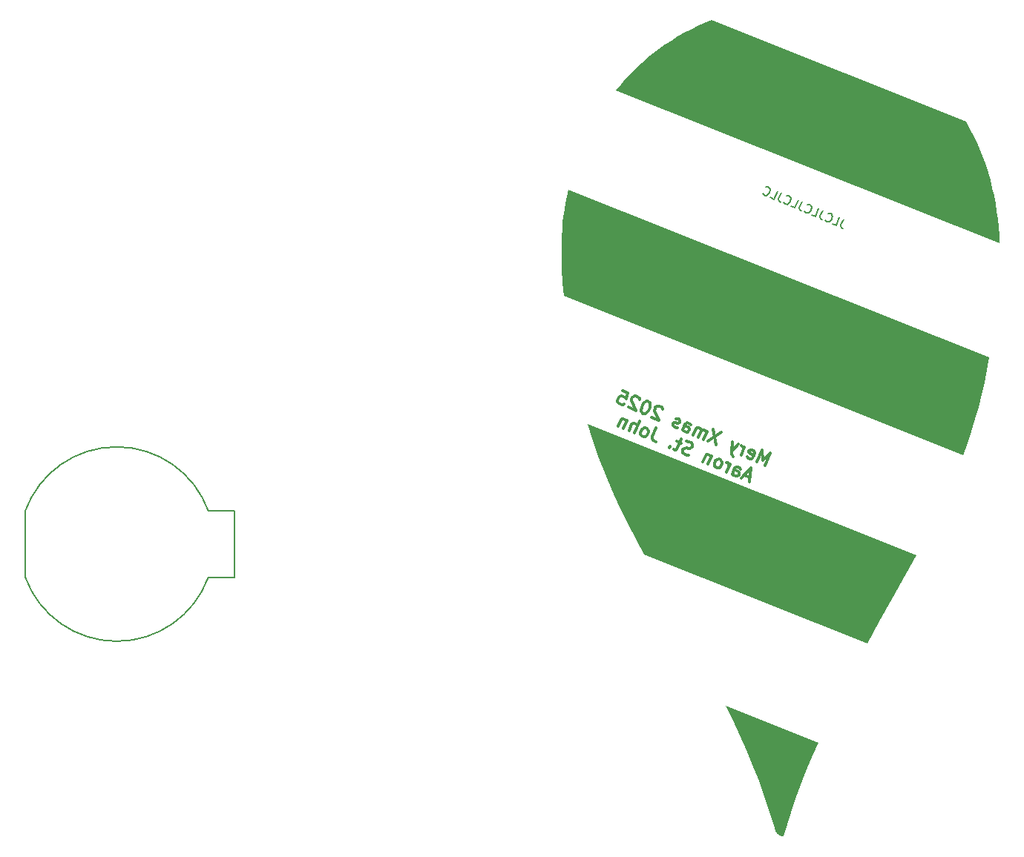
<source format=gbr>
%TF.GenerationSoftware,KiCad,Pcbnew,9.0.6*%
%TF.CreationDate,2025-12-02T17:46:32-08:00*%
%TF.ProjectId,xmas advent 2025,786d6173-2061-4647-9665-6e7420323032,rev?*%
%TF.SameCoordinates,Original*%
%TF.FileFunction,Legend,Bot*%
%TF.FilePolarity,Positive*%
%FSLAX46Y46*%
G04 Gerber Fmt 4.6, Leading zero omitted, Abs format (unit mm)*
G04 Created by KiCad (PCBNEW 9.0.6) date 2025-12-02 17:46:32*
%MOMM*%
%LPD*%
G01*
G04 APERTURE LIST*
%ADD10C,0.000000*%
%ADD11C,0.300000*%
%ADD12C,0.200000*%
%ADD13C,0.203200*%
%ADD14R,1.700000X1.700000*%
%ADD15O,1.700000X1.700000*%
%ADD16C,3.000000*%
%ADD17R,2.775000X2.775000*%
%ADD18C,2.775000*%
%ADD19C,2.153200*%
G04 APERTURE END LIST*
D10*
G36*
X192683811Y-39417572D02*
G01*
X193121296Y-40211096D01*
X193531942Y-41018164D01*
X193915779Y-41837895D01*
X194272834Y-42669407D01*
X194603135Y-43511818D01*
X194906710Y-44364249D01*
X195183588Y-45225816D01*
X195433797Y-46095640D01*
X195657364Y-46972839D01*
X195854318Y-47856531D01*
X196024686Y-48745835D01*
X196168497Y-49639871D01*
X196285780Y-50537756D01*
X196376561Y-51438610D01*
X196440869Y-52341550D01*
X196478733Y-53245697D01*
X152730686Y-35810150D01*
X153272822Y-35152160D01*
X153836058Y-34511631D01*
X154419784Y-33889359D01*
X155023392Y-33286143D01*
X155646273Y-32702778D01*
X156287818Y-32140061D01*
X156947420Y-31598788D01*
X157624469Y-31079758D01*
X158318356Y-30583765D01*
X159028473Y-30111608D01*
X159754211Y-29664083D01*
X160494961Y-29241987D01*
X161250115Y-28846116D01*
X162019064Y-28477267D01*
X162801200Y-28136237D01*
X163595913Y-27823822D01*
X192683811Y-39417572D01*
G37*
G36*
X195285374Y-66327728D02*
G01*
X195028407Y-67751686D01*
X194741282Y-69166127D01*
X194423400Y-70571395D01*
X194074166Y-71967837D01*
X193692984Y-73355799D01*
X193279256Y-74735626D01*
X192832387Y-76107665D01*
X192351780Y-77472259D01*
X146765842Y-59304291D01*
X146624983Y-57789011D01*
X146527696Y-56268392D01*
X146481386Y-54745334D01*
X146493458Y-53222735D01*
X146523701Y-52462514D01*
X146571316Y-51703495D01*
X146637229Y-50946040D01*
X146722365Y-50190512D01*
X146827650Y-49437274D01*
X146954010Y-48686686D01*
X147102369Y-47939113D01*
X147273655Y-47194916D01*
X195285374Y-66327728D01*
G37*
G36*
X187004124Y-88900002D02*
G01*
X187004120Y-88900000D01*
X187004124Y-88899994D01*
X187004124Y-88900002D01*
G37*
G36*
X175779514Y-110298431D02*
G01*
X175779511Y-110298430D01*
X175779514Y-110298424D01*
X175779514Y-110298431D01*
G37*
G36*
X187004120Y-88900000D02*
G01*
X184168402Y-93923669D01*
X182760652Y-96440905D01*
X181384991Y-98976166D01*
X155920139Y-88825775D01*
X154956404Y-87047955D01*
X154023791Y-85246548D01*
X153128657Y-83421278D01*
X152277361Y-81571870D01*
X151476261Y-79698047D01*
X150731715Y-77799535D01*
X150050081Y-75876057D01*
X149437717Y-73927338D01*
X187004120Y-88900000D01*
G37*
G36*
X175779511Y-110298430D02*
G01*
X175202550Y-111608791D01*
X174643334Y-112927429D01*
X174104895Y-114254831D01*
X173590260Y-115591493D01*
X173102455Y-116937908D01*
X172644508Y-118294571D01*
X172219445Y-119661976D01*
X171830295Y-121040619D01*
X171718045Y-121015678D01*
X171611603Y-120985591D01*
X171511108Y-120950225D01*
X171416695Y-120909450D01*
X171328499Y-120863135D01*
X171286776Y-120837860D01*
X171246658Y-120811150D01*
X171208163Y-120782990D01*
X171171307Y-120753363D01*
X171136108Y-120722253D01*
X171102583Y-120689644D01*
X171070748Y-120655519D01*
X171040621Y-120619861D01*
X171012219Y-120582655D01*
X170985558Y-120543885D01*
X170960656Y-120503533D01*
X170937530Y-120461583D01*
X170916196Y-120418020D01*
X170896672Y-120372826D01*
X170878975Y-120325986D01*
X170863122Y-120277482D01*
X170849129Y-120227299D01*
X170837015Y-120175421D01*
X170826795Y-120121830D01*
X170818487Y-120066511D01*
X170812108Y-120009447D01*
X170807674Y-119950623D01*
X170253190Y-118165428D01*
X169647199Y-116397931D01*
X168995076Y-114646895D01*
X168302198Y-112911082D01*
X167573944Y-111189255D01*
X166815689Y-109480177D01*
X166032811Y-107782609D01*
X165230686Y-106095314D01*
X175779511Y-110298430D01*
G37*
D11*
X169744323Y-78650072D02*
X170330420Y-77269315D01*
X170330420Y-77269315D02*
X169451527Y-78060205D01*
X169451527Y-78060205D02*
X169409915Y-76878584D01*
X169409915Y-76878584D02*
X168823818Y-78259341D01*
X167668221Y-77691222D02*
X167771813Y-77812791D01*
X167771813Y-77812791D02*
X168034814Y-77924429D01*
X168034814Y-77924429D02*
X168194224Y-77914497D01*
X168194224Y-77914497D02*
X168315793Y-77810906D01*
X168315793Y-77810906D02*
X168539068Y-77284903D01*
X168539068Y-77284903D02*
X168529137Y-77125493D01*
X168529137Y-77125493D02*
X168425545Y-77003924D01*
X168425545Y-77003924D02*
X168162544Y-76892286D01*
X168162544Y-76892286D02*
X168003134Y-76902218D01*
X168003134Y-76902218D02*
X167881565Y-77005809D01*
X167881565Y-77005809D02*
X167825746Y-77137310D01*
X167825746Y-77137310D02*
X168427431Y-77547904D01*
X166982809Y-77477879D02*
X167373540Y-76557374D01*
X167261902Y-76820375D02*
X167251971Y-76660965D01*
X167251971Y-76660965D02*
X167214130Y-76567306D01*
X167214130Y-76567306D02*
X167110539Y-76445737D01*
X167110539Y-76445737D02*
X166979038Y-76389918D01*
X166650286Y-76250371D02*
X165930804Y-77031329D01*
X165992783Y-75971278D02*
X165930804Y-77031329D01*
X165930804Y-77031329D02*
X165922757Y-77415900D01*
X165922757Y-77415900D02*
X165960598Y-77509559D01*
X165960598Y-77509559D02*
X166064190Y-77631128D01*
X164741641Y-74897019D02*
X163235040Y-75887045D01*
X163821136Y-74506288D02*
X164155545Y-76277776D01*
X162709037Y-75663771D02*
X163099768Y-74743266D01*
X163043950Y-74874766D02*
X163006109Y-74781107D01*
X163006109Y-74781107D02*
X162902517Y-74659538D01*
X162902517Y-74659538D02*
X162705266Y-74575810D01*
X162705266Y-74575810D02*
X162545856Y-74585741D01*
X162545856Y-74585741D02*
X162424287Y-74689332D01*
X162424287Y-74689332D02*
X162117284Y-75412586D01*
X162424287Y-74689332D02*
X162414356Y-74529922D01*
X162414356Y-74529922D02*
X162310764Y-74408353D01*
X162310764Y-74408353D02*
X162113513Y-74324625D01*
X162113513Y-74324625D02*
X161954103Y-74334557D01*
X161954103Y-74334557D02*
X161832534Y-74438148D01*
X161832534Y-74438148D02*
X161525531Y-75161402D01*
X160276274Y-74631124D02*
X160583278Y-73907870D01*
X160583278Y-73907870D02*
X160704847Y-73804279D01*
X160704847Y-73804279D02*
X160864257Y-73794347D01*
X160864257Y-73794347D02*
X161127258Y-73905985D01*
X161127258Y-73905985D02*
X161230849Y-74027554D01*
X160304184Y-74565374D02*
X160407775Y-74686943D01*
X160407775Y-74686943D02*
X160736527Y-74826490D01*
X160736527Y-74826490D02*
X160895937Y-74816558D01*
X160895937Y-74816558D02*
X161017506Y-74712967D01*
X161017506Y-74712967D02*
X161073325Y-74581466D01*
X161073325Y-74581466D02*
X161063393Y-74422056D01*
X161063393Y-74422056D02*
X160959802Y-74300487D01*
X160959802Y-74300487D02*
X160631050Y-74160940D01*
X160631050Y-74160940D02*
X160527459Y-74039371D01*
X159712431Y-74314189D02*
X159553021Y-74324121D01*
X159553021Y-74324121D02*
X159290019Y-74212483D01*
X159290019Y-74212483D02*
X159186428Y-74090914D01*
X159186428Y-74090914D02*
X159176496Y-73931504D01*
X159176496Y-73931504D02*
X159204406Y-73865754D01*
X159204406Y-73865754D02*
X159325975Y-73762163D01*
X159325975Y-73762163D02*
X159485385Y-73752231D01*
X159485385Y-73752231D02*
X159682636Y-73835959D01*
X159682636Y-73835959D02*
X159842046Y-73826028D01*
X159842046Y-73826028D02*
X159963615Y-73722436D01*
X159963615Y-73722436D02*
X159991524Y-73656686D01*
X159991524Y-73656686D02*
X159981593Y-73497276D01*
X159981593Y-73497276D02*
X159878001Y-73375707D01*
X159878001Y-73375707D02*
X159680750Y-73291979D01*
X159680750Y-73291979D02*
X159521340Y-73301910D01*
X158045038Y-72209674D02*
X158007197Y-72116014D01*
X158007197Y-72116014D02*
X157903605Y-71994445D01*
X157903605Y-71994445D02*
X157574854Y-71854898D01*
X157574854Y-71854898D02*
X157415444Y-71864830D01*
X157415444Y-71864830D02*
X157321784Y-71902671D01*
X157321784Y-71902671D02*
X157200215Y-72006262D01*
X157200215Y-72006262D02*
X157144396Y-72137763D01*
X157144396Y-72137763D02*
X157126418Y-72362923D01*
X157126418Y-72362923D02*
X157580510Y-73486840D01*
X157580510Y-73486840D02*
X156725755Y-73124018D01*
X156457098Y-71380439D02*
X156325597Y-71324620D01*
X156325597Y-71324620D02*
X156166187Y-71334552D01*
X156166187Y-71334552D02*
X156072528Y-71372393D01*
X156072528Y-71372393D02*
X155950959Y-71475984D01*
X155950959Y-71475984D02*
X155773571Y-71711076D01*
X155773571Y-71711076D02*
X155634024Y-72039828D01*
X155634024Y-72039828D02*
X155588137Y-72330739D01*
X155588137Y-72330739D02*
X155598068Y-72490149D01*
X155598068Y-72490149D02*
X155635909Y-72583809D01*
X155635909Y-72583809D02*
X155739501Y-72705378D01*
X155739501Y-72705378D02*
X155871001Y-72761197D01*
X155871001Y-72761197D02*
X156030411Y-72751265D01*
X156030411Y-72751265D02*
X156124071Y-72713424D01*
X156124071Y-72713424D02*
X156245640Y-72609833D01*
X156245640Y-72609833D02*
X156423028Y-72374741D01*
X156423028Y-72374741D02*
X156562575Y-72045989D01*
X156562575Y-72045989D02*
X156608462Y-71755078D01*
X156608462Y-71755078D02*
X156598530Y-71595668D01*
X156598530Y-71595668D02*
X156560689Y-71502008D01*
X156560689Y-71502008D02*
X156457098Y-71380439D01*
X155415025Y-71093300D02*
X155377184Y-70999640D01*
X155377184Y-70999640D02*
X155273592Y-70878071D01*
X155273592Y-70878071D02*
X154944840Y-70738524D01*
X154944840Y-70738524D02*
X154785430Y-70748456D01*
X154785430Y-70748456D02*
X154691771Y-70786297D01*
X154691771Y-70786297D02*
X154570202Y-70889888D01*
X154570202Y-70889888D02*
X154514383Y-71021389D01*
X154514383Y-71021389D02*
X154496405Y-71246549D01*
X154496405Y-71246549D02*
X154950497Y-72370466D01*
X154950497Y-72370466D02*
X154095742Y-72007644D01*
X153432583Y-70096609D02*
X154090086Y-70375702D01*
X154090086Y-70375702D02*
X153876743Y-71061115D01*
X153876743Y-71061115D02*
X153838902Y-70967455D01*
X153838902Y-70967455D02*
X153735311Y-70845886D01*
X153735311Y-70845886D02*
X153406559Y-70706340D01*
X153406559Y-70706340D02*
X153247149Y-70716271D01*
X153247149Y-70716271D02*
X153153489Y-70754112D01*
X153153489Y-70754112D02*
X153031920Y-70857704D01*
X153031920Y-70857704D02*
X152892373Y-71186455D01*
X152892373Y-71186455D02*
X152902305Y-71345865D01*
X152902305Y-71345865D02*
X152940146Y-71439525D01*
X152940146Y-71439525D02*
X153043737Y-71561094D01*
X153043737Y-71561094D02*
X153372489Y-71700641D01*
X153372489Y-71700641D02*
X153531899Y-71690709D01*
X153531899Y-71690709D02*
X153625559Y-71652868D01*
X167981942Y-80059872D02*
X167324439Y-79780779D01*
X167945987Y-80510193D02*
X168071831Y-78934070D01*
X168071831Y-78934070D02*
X167025482Y-80119462D01*
X165973477Y-79672912D02*
X166280480Y-78949658D01*
X166280480Y-78949658D02*
X166402049Y-78846067D01*
X166402049Y-78846067D02*
X166561459Y-78836135D01*
X166561459Y-78836135D02*
X166824460Y-78947773D01*
X166824460Y-78947773D02*
X166928052Y-79069342D01*
X166001386Y-79607162D02*
X166104977Y-79728731D01*
X166104977Y-79728731D02*
X166433729Y-79868278D01*
X166433729Y-79868278D02*
X166593139Y-79858346D01*
X166593139Y-79858346D02*
X166714708Y-79754755D01*
X166714708Y-79754755D02*
X166770527Y-79623254D01*
X166770527Y-79623254D02*
X166760595Y-79463844D01*
X166760595Y-79463844D02*
X166657004Y-79342275D01*
X166657004Y-79342275D02*
X166328252Y-79202728D01*
X166328252Y-79202728D02*
X166224661Y-79081159D01*
X165315973Y-79393818D02*
X165706704Y-78473314D01*
X165595067Y-78736315D02*
X165585135Y-78576905D01*
X165585135Y-78576905D02*
X165547294Y-78483245D01*
X165547294Y-78483245D02*
X165443703Y-78361676D01*
X165443703Y-78361676D02*
X165312202Y-78305857D01*
X164263968Y-78947269D02*
X164423378Y-78937337D01*
X164423378Y-78937337D02*
X164517038Y-78899496D01*
X164517038Y-78899496D02*
X164638607Y-78795905D01*
X164638607Y-78795905D02*
X164806063Y-78401403D01*
X164806063Y-78401403D02*
X164796131Y-78241993D01*
X164796131Y-78241993D02*
X164758290Y-78148333D01*
X164758290Y-78148333D02*
X164654699Y-78026764D01*
X164654699Y-78026764D02*
X164457448Y-77943036D01*
X164457448Y-77943036D02*
X164298038Y-77952967D01*
X164298038Y-77952967D02*
X164204378Y-77990808D01*
X164204378Y-77990808D02*
X164082809Y-78094400D01*
X164082809Y-78094400D02*
X163915353Y-78488902D01*
X163915353Y-78488902D02*
X163925285Y-78648312D01*
X163925285Y-78648312D02*
X163963126Y-78741972D01*
X163963126Y-78741972D02*
X164066717Y-78863541D01*
X164066717Y-78863541D02*
X164263968Y-78947269D01*
X163602693Y-77580214D02*
X163211962Y-78500719D01*
X163546875Y-77711715D02*
X163509034Y-77618055D01*
X163509034Y-77618055D02*
X163405442Y-77496486D01*
X163405442Y-77496486D02*
X163208191Y-77412758D01*
X163208191Y-77412758D02*
X163048781Y-77422689D01*
X163048781Y-77422689D02*
X162927212Y-77526281D01*
X162927212Y-77526281D02*
X162620209Y-78249534D01*
X161004360Y-77486050D02*
X160779199Y-77468072D01*
X160779199Y-77468072D02*
X160450448Y-77328525D01*
X160450448Y-77328525D02*
X160346856Y-77206956D01*
X160346856Y-77206956D02*
X160309015Y-77113297D01*
X160309015Y-77113297D02*
X160299084Y-76953887D01*
X160299084Y-76953887D02*
X160354903Y-76822386D01*
X160354903Y-76822386D02*
X160476472Y-76718795D01*
X160476472Y-76718795D02*
X160570131Y-76680954D01*
X160570131Y-76680954D02*
X160729541Y-76671022D01*
X160729541Y-76671022D02*
X161020452Y-76716909D01*
X161020452Y-76716909D02*
X161179862Y-76706977D01*
X161179862Y-76706977D02*
X161273522Y-76669136D01*
X161273522Y-76669136D02*
X161395091Y-76565545D01*
X161395091Y-76565545D02*
X161450910Y-76434044D01*
X161450910Y-76434044D02*
X161440978Y-76274634D01*
X161440978Y-76274634D02*
X161403137Y-76180975D01*
X161403137Y-76180975D02*
X161299546Y-76059406D01*
X161299546Y-76059406D02*
X160970794Y-75919859D01*
X160970794Y-75919859D02*
X160745634Y-75901881D01*
X160183676Y-76128927D02*
X159657673Y-75905652D01*
X160181790Y-75584947D02*
X159679422Y-76768453D01*
X159679422Y-76768453D02*
X159557853Y-76872044D01*
X159557853Y-76872044D02*
X159398443Y-76881976D01*
X159398443Y-76881976D02*
X159266942Y-76826157D01*
X158862508Y-76499291D02*
X158768848Y-76537132D01*
X158768848Y-76537132D02*
X158806689Y-76630791D01*
X158806689Y-76630791D02*
X158900349Y-76592950D01*
X158900349Y-76592950D02*
X158862508Y-76499291D01*
X158862508Y-76499291D02*
X158806689Y-76630791D01*
X157288775Y-74356934D02*
X156870134Y-75343189D01*
X156870134Y-75343189D02*
X156852157Y-75568350D01*
X156852157Y-75568350D02*
X156927839Y-75755669D01*
X156927839Y-75755669D02*
X157097180Y-75905148D01*
X157097180Y-75905148D02*
X157228681Y-75960967D01*
X155847924Y-75374870D02*
X156007334Y-75364938D01*
X156007334Y-75364938D02*
X156100994Y-75327097D01*
X156100994Y-75327097D02*
X156222563Y-75223506D01*
X156222563Y-75223506D02*
X156390019Y-74829004D01*
X156390019Y-74829004D02*
X156380087Y-74669594D01*
X156380087Y-74669594D02*
X156342246Y-74575934D01*
X156342246Y-74575934D02*
X156238655Y-74454365D01*
X156238655Y-74454365D02*
X156041404Y-74370637D01*
X156041404Y-74370637D02*
X155881994Y-74380569D01*
X155881994Y-74380569D02*
X155788334Y-74418410D01*
X155788334Y-74418410D02*
X155666765Y-74522001D01*
X155666765Y-74522001D02*
X155499309Y-74916503D01*
X155499309Y-74916503D02*
X155509240Y-75075913D01*
X155509240Y-75075913D02*
X155547081Y-75169573D01*
X155547081Y-75169573D02*
X155650673Y-75291142D01*
X155650673Y-75291142D02*
X155847924Y-75374870D01*
X154795918Y-74928320D02*
X155382015Y-73547563D01*
X154204165Y-74677136D02*
X154511168Y-73953882D01*
X154511168Y-73953882D02*
X154632737Y-73850291D01*
X154632737Y-73850291D02*
X154792147Y-73840359D01*
X154792147Y-73840359D02*
X154989398Y-73924087D01*
X154989398Y-73924087D02*
X155092989Y-74045656D01*
X155092989Y-74045656D02*
X155130830Y-74139316D01*
X153937392Y-73477537D02*
X153546661Y-74398042D01*
X153881574Y-73609038D02*
X153843733Y-73515378D01*
X153843733Y-73515378D02*
X153740141Y-73393809D01*
X153740141Y-73393809D02*
X153542890Y-73310081D01*
X153542890Y-73310081D02*
X153383480Y-73320012D01*
X153383480Y-73320012D02*
X153261911Y-73423604D01*
X153261911Y-73423604D02*
X152954908Y-74146858D01*
D12*
X178655325Y-50517189D02*
X178376231Y-51174692D01*
X178376231Y-51174692D02*
X178364246Y-51324799D01*
X178364246Y-51324799D02*
X178414701Y-51449679D01*
X178414701Y-51449679D02*
X178527595Y-51549331D01*
X178527595Y-51549331D02*
X178615262Y-51586544D01*
X177387922Y-51065569D02*
X177826258Y-51251631D01*
X177826258Y-51251631D02*
X178216989Y-50331126D01*
X176592297Y-50624383D02*
X176617524Y-50686823D01*
X176617524Y-50686823D02*
X176730419Y-50786475D01*
X176730419Y-50786475D02*
X176818086Y-50823687D01*
X176818086Y-50823687D02*
X176968193Y-50835673D01*
X176968193Y-50835673D02*
X177093072Y-50785218D01*
X177093072Y-50785218D02*
X177174118Y-50716157D01*
X177174118Y-50716157D02*
X177292377Y-50559429D01*
X177292377Y-50559429D02*
X177348196Y-50427928D01*
X177348196Y-50427928D02*
X177378787Y-50233988D01*
X177378787Y-50233988D02*
X177372166Y-50127715D01*
X177372166Y-50127715D02*
X177321711Y-50002835D01*
X177321711Y-50002835D02*
X177208817Y-49903183D01*
X177208817Y-49903183D02*
X177121150Y-49865970D01*
X177121150Y-49865970D02*
X176971043Y-49853985D01*
X176971043Y-49853985D02*
X176908603Y-49879212D01*
X176288312Y-49512451D02*
X176009218Y-50169955D01*
X176009218Y-50169955D02*
X175997233Y-50320062D01*
X175997233Y-50320062D02*
X176047688Y-50444941D01*
X176047688Y-50444941D02*
X176160582Y-50544594D01*
X176160582Y-50544594D02*
X176248249Y-50581806D01*
X175020909Y-50060831D02*
X175459245Y-50246894D01*
X175459245Y-50246894D02*
X175849976Y-49326389D01*
X174225284Y-49619646D02*
X174250511Y-49682085D01*
X174250511Y-49682085D02*
X174363406Y-49781738D01*
X174363406Y-49781738D02*
X174451073Y-49818950D01*
X174451073Y-49818950D02*
X174601180Y-49830935D01*
X174601180Y-49830935D02*
X174726059Y-49780481D01*
X174726059Y-49780481D02*
X174807105Y-49711420D01*
X174807105Y-49711420D02*
X174925364Y-49554692D01*
X174925364Y-49554692D02*
X174981183Y-49423191D01*
X174981183Y-49423191D02*
X175011774Y-49229251D01*
X175011774Y-49229251D02*
X175005153Y-49122977D01*
X175005153Y-49122977D02*
X174954698Y-48998098D01*
X174954698Y-48998098D02*
X174841804Y-48898445D01*
X174841804Y-48898445D02*
X174754137Y-48861233D01*
X174754137Y-48861233D02*
X174604030Y-48849248D01*
X174604030Y-48849248D02*
X174541590Y-48874475D01*
X173921299Y-48507714D02*
X173642205Y-49165218D01*
X173642205Y-49165218D02*
X173630220Y-49315325D01*
X173630220Y-49315325D02*
X173680675Y-49440204D01*
X173680675Y-49440204D02*
X173793569Y-49539856D01*
X173793569Y-49539856D02*
X173881237Y-49577069D01*
X172653896Y-49056094D02*
X173092232Y-49242156D01*
X173092232Y-49242156D02*
X173482963Y-48321652D01*
X171858271Y-48614908D02*
X171883498Y-48677348D01*
X171883498Y-48677348D02*
X171996393Y-48777000D01*
X171996393Y-48777000D02*
X172084060Y-48814213D01*
X172084060Y-48814213D02*
X172234167Y-48826198D01*
X172234167Y-48826198D02*
X172359047Y-48775743D01*
X172359047Y-48775743D02*
X172440093Y-48706682D01*
X172440093Y-48706682D02*
X172558351Y-48549954D01*
X172558351Y-48549954D02*
X172614170Y-48418454D01*
X172614170Y-48418454D02*
X172644761Y-48224513D01*
X172644761Y-48224513D02*
X172638140Y-48118240D01*
X172638140Y-48118240D02*
X172587686Y-47993360D01*
X172587686Y-47993360D02*
X172474791Y-47893708D01*
X172474791Y-47893708D02*
X172387124Y-47856495D01*
X172387124Y-47856495D02*
X172237017Y-47844510D01*
X172237017Y-47844510D02*
X172174577Y-47869738D01*
X171554286Y-47502977D02*
X171275193Y-48160480D01*
X171275193Y-48160480D02*
X171263207Y-48310587D01*
X171263207Y-48310587D02*
X171313662Y-48435467D01*
X171313662Y-48435467D02*
X171426557Y-48535119D01*
X171426557Y-48535119D02*
X171514224Y-48572332D01*
X170286884Y-48051357D02*
X170725219Y-48237419D01*
X170725219Y-48237419D02*
X171115950Y-47316914D01*
X169491258Y-47610171D02*
X169516486Y-47672611D01*
X169516486Y-47672611D02*
X169629380Y-47772263D01*
X169629380Y-47772263D02*
X169717047Y-47809475D01*
X169717047Y-47809475D02*
X169867154Y-47821461D01*
X169867154Y-47821461D02*
X169992034Y-47771006D01*
X169992034Y-47771006D02*
X170073080Y-47701945D01*
X170073080Y-47701945D02*
X170191338Y-47545217D01*
X170191338Y-47545217D02*
X170247157Y-47413716D01*
X170247157Y-47413716D02*
X170277748Y-47219776D01*
X170277748Y-47219776D02*
X170271127Y-47113502D01*
X170271127Y-47113502D02*
X170220673Y-46988623D01*
X170220673Y-46988623D02*
X170107778Y-46888971D01*
X170107778Y-46888971D02*
X170020111Y-46851758D01*
X170020111Y-46851758D02*
X169870004Y-46839773D01*
X169870004Y-46839773D02*
X169807564Y-46865000D01*
D13*
%TO.C,BT1*%
X85306000Y-91430000D02*
X85306000Y-83830000D01*
X106186000Y-91430000D02*
X109166000Y-91430000D01*
X109166000Y-83830000D02*
X106186000Y-83830000D01*
X109166000Y-91430000D02*
X109166000Y-83830000D01*
X85306000Y-83830000D02*
G75*
G02*
X106186000Y-83830000I10440000J-3814631D01*
G01*
X106186000Y-91430000D02*
G75*
G02*
X85306000Y-91430000I-10440000J3814631D01*
G01*
%TD*%
%LPC*%
D14*
%TO.C,J2*%
X93726000Y-82804000D03*
D15*
X93726000Y-80264000D03*
X96266000Y-82804000D03*
X96266000Y-80264000D03*
X98806000Y-82804000D03*
X98806000Y-80264000D03*
%TD*%
D16*
%TO.C,H1*%
X96284101Y-54926249D03*
%TD*%
D17*
%TO.C,SW1*%
X91566000Y-67183000D03*
D18*
X96266000Y-67183000D03*
X100966000Y-67183000D03*
%TD*%
D19*
%TO.C,BT1*%
X107696000Y-87630000D03*
X87696000Y-87630000D03*
%TD*%
%LPD*%
M02*

</source>
